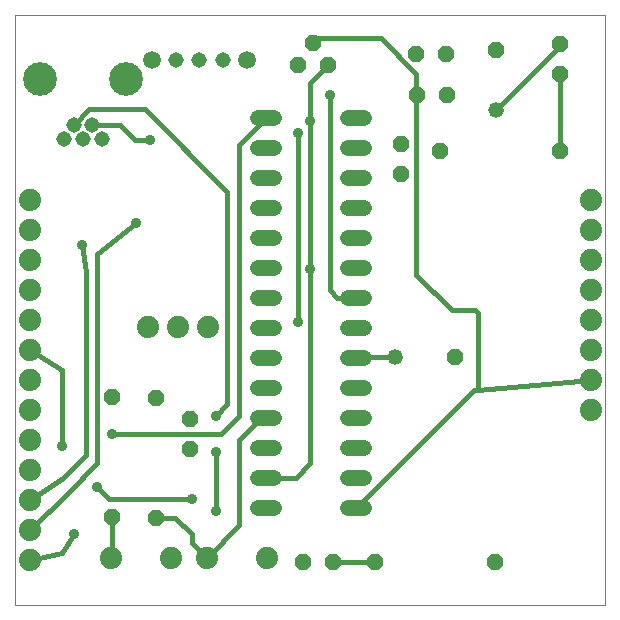
<source format=gtl>
G75*
%MOIN*%
%OFA0B0*%
%FSLAX25Y25*%
%IPPOS*%
%LPD*%
%AMOC8*
5,1,8,0,0,1.08239X$1,22.5*
%
%ADD10C,0.00000*%
%ADD11OC8,0.05200*%
%ADD12C,0.05200*%
%ADD13C,0.05150*%
%ADD14C,0.11220*%
%ADD15C,0.05200*%
%ADD16C,0.05937*%
%ADD17C,0.07400*%
%ADD18C,0.01600*%
%ADD19C,0.03562*%
D10*
X0008500Y0001800D02*
X0008500Y0198650D01*
X0205350Y0198650D01*
X0205350Y0001800D01*
X0008500Y0001800D01*
D11*
X0040783Y0031209D03*
X0055547Y0031013D03*
X0066886Y0054024D03*
X0066886Y0064024D03*
X0055547Y0071013D03*
X0040783Y0071209D03*
X0104602Y0016170D03*
X0114602Y0016170D03*
X0128461Y0016367D03*
X0168461Y0016367D03*
X0155154Y0084438D03*
X0137122Y0145619D03*
X0137122Y0155619D03*
X0150272Y0153178D03*
X0152476Y0171761D03*
X0142476Y0171761D03*
X0142280Y0185540D03*
X0152280Y0185540D03*
X0168972Y0187036D03*
X0190193Y0188729D03*
X0190193Y0178729D03*
X0190272Y0153178D03*
X0112831Y0181800D03*
X0107831Y0189300D03*
X0102831Y0181800D03*
D12*
X0168972Y0167036D03*
X0135154Y0084438D03*
D13*
X0077949Y0183493D03*
X0070075Y0183493D03*
X0062201Y0183493D03*
X0037555Y0157272D03*
X0034406Y0161997D03*
X0031256Y0157272D03*
X0028106Y0161997D03*
X0024957Y0157272D03*
D14*
X0016886Y0177351D03*
X0045626Y0177351D03*
D15*
X0089719Y0164241D02*
X0094919Y0164241D01*
X0094919Y0154241D02*
X0089719Y0154241D01*
X0089719Y0144241D02*
X0094919Y0144241D01*
X0094919Y0134241D02*
X0089719Y0134241D01*
X0089719Y0124241D02*
X0094919Y0124241D01*
X0094919Y0114241D02*
X0089719Y0114241D01*
X0089719Y0104241D02*
X0094919Y0104241D01*
X0094919Y0094241D02*
X0089719Y0094241D01*
X0089719Y0084241D02*
X0094919Y0084241D01*
X0094919Y0074241D02*
X0089719Y0074241D01*
X0089719Y0064241D02*
X0094919Y0064241D01*
X0094919Y0054241D02*
X0089719Y0054241D01*
X0089719Y0044241D02*
X0094919Y0044241D01*
X0094919Y0034241D02*
X0089719Y0034241D01*
X0119719Y0034241D02*
X0124919Y0034241D01*
X0124919Y0044241D02*
X0119719Y0044241D01*
X0119719Y0054241D02*
X0124919Y0054241D01*
X0124919Y0064241D02*
X0119719Y0064241D01*
X0119719Y0074241D02*
X0124919Y0074241D01*
X0124919Y0084241D02*
X0119719Y0084241D01*
X0119719Y0094241D02*
X0124919Y0094241D01*
X0124919Y0104241D02*
X0119719Y0104241D01*
X0119719Y0114241D02*
X0124919Y0114241D01*
X0124919Y0124241D02*
X0119719Y0124241D01*
X0119719Y0134241D02*
X0124919Y0134241D01*
X0124919Y0144241D02*
X0119719Y0144241D01*
X0119719Y0154241D02*
X0124919Y0154241D01*
X0124919Y0164241D02*
X0119719Y0164241D01*
D16*
X0085823Y0183493D03*
X0054327Y0183493D03*
D17*
X0013500Y0136800D03*
X0013500Y0126800D03*
X0013500Y0116800D03*
X0013500Y0106800D03*
X0013500Y0096800D03*
X0013500Y0086800D03*
X0013500Y0076800D03*
X0013500Y0066800D03*
X0013500Y0056800D03*
X0013500Y0046800D03*
X0013500Y0036800D03*
X0013500Y0026800D03*
X0013500Y0016800D03*
X0040665Y0017627D03*
X0060665Y0017627D03*
X0072437Y0017627D03*
X0092437Y0017627D03*
X0072752Y0094438D03*
X0062752Y0094438D03*
X0052752Y0094438D03*
X0200500Y0096800D03*
X0200500Y0106800D03*
X0200500Y0116800D03*
X0200500Y0126800D03*
X0200500Y0136800D03*
X0200500Y0086800D03*
X0200500Y0076800D03*
X0200500Y0066800D03*
D18*
X0200500Y0076800D02*
X0163028Y0073454D01*
X0163028Y0099241D01*
X0162043Y0100225D01*
X0154169Y0100225D01*
X0142358Y0112036D01*
X0142358Y0171091D01*
X0142358Y0171643D01*
X0142476Y0171761D01*
X0142358Y0171643D02*
X0142358Y0178965D01*
X0130547Y0190776D01*
X0109307Y0190776D01*
X0107831Y0189300D01*
X0112831Y0181800D02*
X0106925Y0175894D01*
X0106925Y0163217D01*
X0106925Y0114005D01*
X0106925Y0049044D01*
X0102122Y0044241D01*
X0092319Y0044241D01*
X0083303Y0056918D02*
X0090626Y0064241D01*
X0092319Y0064241D01*
X0083303Y0064792D02*
X0077398Y0058887D01*
X0040980Y0058887D01*
X0032122Y0051918D02*
X0024445Y0044241D01*
X0013500Y0036800D01*
X0013500Y0026800D02*
X0026256Y0039241D01*
X0036059Y0049044D01*
X0036059Y0118847D01*
X0048933Y0129221D01*
X0031059Y0121721D02*
X0032122Y0112784D01*
X0032122Y0051918D01*
X0024248Y0054950D02*
X0024248Y0080068D01*
X0013500Y0086800D01*
X0036059Y0041170D02*
X0039996Y0037233D01*
X0067555Y0037233D01*
X0061965Y0031013D02*
X0055547Y0031013D01*
X0061965Y0031013D02*
X0067555Y0025422D01*
X0067555Y0022509D01*
X0072437Y0017627D01*
X0083303Y0028493D01*
X0083303Y0056918D01*
X0083303Y0064792D02*
X0083303Y0155225D01*
X0092319Y0164241D01*
X0102988Y0159280D02*
X0102988Y0096288D01*
X0113500Y0106800D02*
X0116059Y0104241D01*
X0122319Y0104241D01*
X0113500Y0106800D02*
X0113500Y0171800D01*
X0079366Y0139595D02*
X0079366Y0068729D01*
X0075429Y0064792D01*
X0075429Y0052981D02*
X0075429Y0033296D01*
X0040783Y0031209D02*
X0040783Y0017745D01*
X0040665Y0017627D01*
X0028185Y0025422D02*
X0024366Y0019241D01*
X0013500Y0016800D01*
X0114602Y0016170D02*
X0114799Y0016367D01*
X0128461Y0016367D01*
X0122319Y0034241D02*
X0161531Y0073454D01*
X0163028Y0073454D01*
X0135154Y0084438D02*
X0122516Y0084438D01*
X0122319Y0084241D01*
X0079366Y0139595D02*
X0051807Y0167154D01*
X0033264Y0167154D01*
X0028106Y0161997D01*
X0034406Y0161997D02*
X0034602Y0161800D01*
X0043500Y0161800D01*
X0048500Y0156800D01*
X0053500Y0156800D01*
X0168972Y0167036D02*
X0190193Y0188257D01*
X0190193Y0188729D01*
X0190193Y0178729D02*
X0190272Y0178650D01*
X0190272Y0153178D01*
D19*
X0113500Y0171800D03*
X0106925Y0163217D03*
X0102988Y0159280D03*
X0106925Y0114005D03*
X0102988Y0096288D03*
X0075429Y0064792D03*
X0075429Y0052981D03*
X0067555Y0037233D03*
X0075429Y0033296D03*
X0040980Y0058887D03*
X0024248Y0054950D03*
X0036059Y0041170D03*
X0028185Y0025422D03*
X0031059Y0121721D03*
X0048933Y0129221D03*
X0053500Y0156800D03*
M02*

</source>
